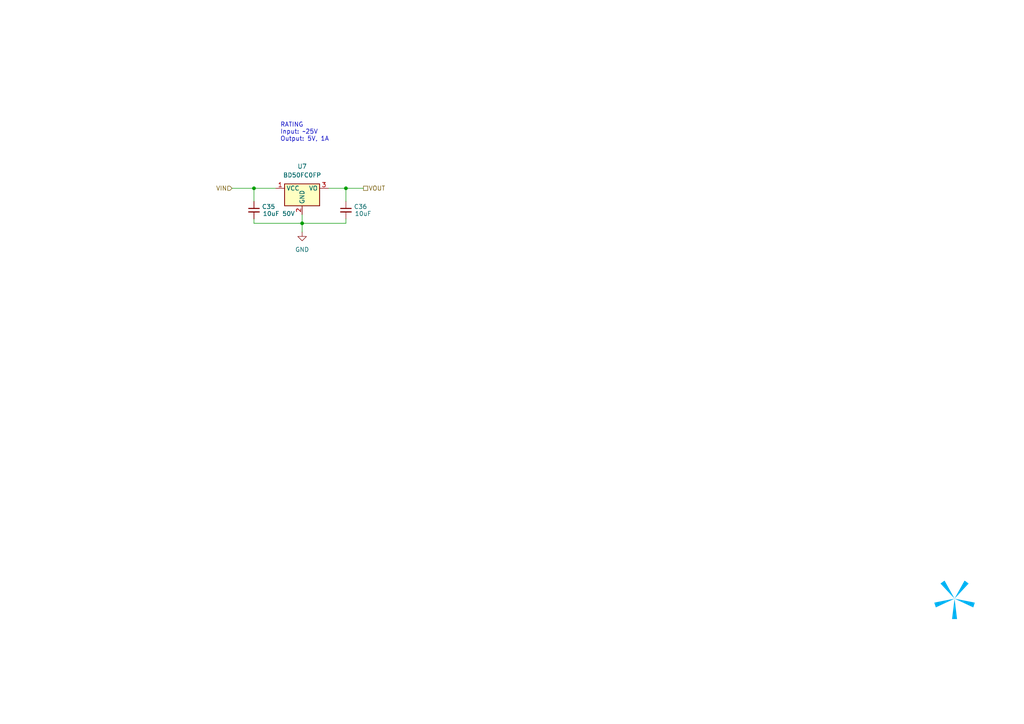
<source format=kicad_sch>
(kicad_sch (version 20231120) (generator "eeschema") (generator_version "8.0")
  (paper "A4")
  (title_block (title "CTRL-MINI-ED") (date "2024-12-11") (rev "1") (company "Spark Project") (comment 1 "Author: 夕月霞 (xyx)") (comment 2 "Electric Discharge Machining board for CTRL-MINI"))
  (lib_symbols
    (symbol "Device:C_Small" (pin_numbers hide) (pin_names (offset 0.254) hide)
      (property "Reference" "C" (at 0.254 1.778 0))
      (property "Value" "C_Small" (at 0.254 -2.032 0))
      (symbol "C_Small_0_1"
        (polyline (pts (xy -1.524 -0.508) (xy 1.524 -0.508)) (stroke (width 0.3302)))
        (polyline (pts (xy -1.524 0.508) (xy 1.524 0.508)) (stroke (width 0.3048)))
      )
      (symbol "C_Small_1_1"
        (pin passive line (at 0 2.54 270) (length 2.032) (name "~") (number "1"))
        (pin passive line (at 0 -2.54 90) (length 2.032) (name "~") (number "2"))
      )
    )
    (symbol "Regulator_Linear:BD50FC0FP"
      (property "Reference" "U" (at 0 7.62 0))
      (property "Value" "BD50FC0FP" (at 0 5.08 0))
      (symbol "BD50FC0FP_1_1"
        (rectangle (start -5.08 -5.08) (end 5.08 1.27) (stroke (width 0.254)) (fill (type background)))
        (pin power_in line (at -7.62 0 0) (length 2.54) (name "VCC") (number "1"))
        (pin power_in line (at 0 -7.62 90) (length 2.54) (name "GND") (number "2"))
        (pin power_out line (at 7.62 0 180) (length 2.54) (name "VO") (number "3"))
      )
    )
    (symbol "power:GND" (power) (pin_numbers hide) (pin_names (offset 0) hide)
      (property "Value" "GND" (at 0 -3.81 0))
      (symbol "GND_0_1"
        (polyline (pts (xy 0 0) (xy 0 -1.27) (xy 1.27 -1.27) (xy 0 -2.54) (xy -1.27 -1.27) (xy 0 -1.27)))
      )
      (symbol "GND_1_1"
        (pin power_in line (at 0 0 270) (length 0) (name "~") (number "1"))
      )
    )
  )
  (junction (at 73.66 54.61))
  (junction (at 100.33 54.61))
  (junction (at 87.63 64.77))
  (wire (pts (xy 73.66 54.61) (xy 73.66 58.42)))
  (wire (pts (xy 73.66 63.5) (xy 73.66 64.77)))
  (wire (pts (xy 87.63 62.23) (xy 87.63 64.77)))
  (wire (pts (xy 73.66 54.61) (xy 80.01 54.61)))
  (wire (pts (xy 100.33 63.5) (xy 100.33 64.77)))
  (wire (pts (xy 73.66 64.77) (xy 87.63 64.77)))
  (wire (pts (xy 95.25 54.61) (xy 100.33 54.61)))
  (wire (pts (xy 100.33 54.61) (xy 100.33 58.42)))
  (wire (pts (xy 67.31 54.61) (xy 73.66 54.61)))
  (wire (pts (xy 87.63 64.77) (xy 100.33 64.77)))
  (wire (pts (xy 87.63 64.77) (xy 87.63 67.31)))
  (wire (pts (xy 100.33 54.61) (xy 105.41 54.61)))
  (image (at 276.86 173.99) (scale 1.13867))
  (text "RATING\nInput: ~25V\nOutput: 5V, 1A\n" (at 81.28 38.354 0) (effects (font (size 1.27 1.27)) (justify left)))
  (hierarchical_label "VIN" (shape input) (at 67.31 54.61 180))
  (hierarchical_label "VOUT" (shape passive) (at 105.41 54.61 0))
  (symbol (lib_id "power:GND") (at 87.63 67.31 0) (unit 1) (exclude_from_sim yes)
    (property "Reference" "#PWR046" (effects (hide yes)))
    (property "Value" "GND" (at 87.63 72.39 0))
    (property "Description" "Power symbol creates a global label with name \"GND\" , ground" (effects (hide yes)))
  )
  (symbol (lib_id "Regulator_Linear:BD50FC0FP") (at 87.63 54.61 0) (unit 1)
    (property "Reference" "U7" (at 87.63 48.26 0))
    (property "Value" "BD50FC0FP" (at 87.63 50.8 0))
    (property "Footprint" "Package_TO_SOT_SMD:TO-252-2" (effects (hide yes)))
    (property "Datasheet" "https://fscdn.rohm.com/en/products/databook/datasheet/ic/power/linear_regulator/bdxxfc0wefj-e.pdf" (effects (hide yes)))
    (property "Description" "1A, 5.0V LDO regulator with OVP & TSP, without enable, TO-252" (effects (hide yes)))
    (property "LCSC" "C920705" (effects (hide yes)))
  )
  (symbol (lib_id "Device:C_Small") (at 73.66 60.96 0) (unit 1)
    (property "Reference" "C35" (at 75.946 59.944 0) (effects (justify left)))
    (property "Value" "10uF 50V" (at 76.2 61.976 0) (effects (justify left)))
    (property "Footprint" "Capacitor_SMD:C_1206_3216Metric" (effects (hide yes)))
    (property "Description" "Unpolarized capacitor, small symbol" (effects (hide yes)))
    (property "LCSC" "C13585" (effects (hide yes)))
  )
  (symbol (lib_id "Device:C_Small") (at 100.33 60.96 0) (unit 1)
    (property "Reference" "C36" (at 102.616 59.944 0) (effects (justify left)))
    (property "Value" "10uF" (at 102.87 61.976 0) (effects (justify left)))
    (property "Footprint" "Capacitor_SMD:C_0603_1608Metric" (effects (hide yes)))
    (property "Description" "Unpolarized capacitor, small symbol" (effects (hide yes)))
    (property "LCSC" "C19702" (effects (hide yes)))
  )
)
</source>
